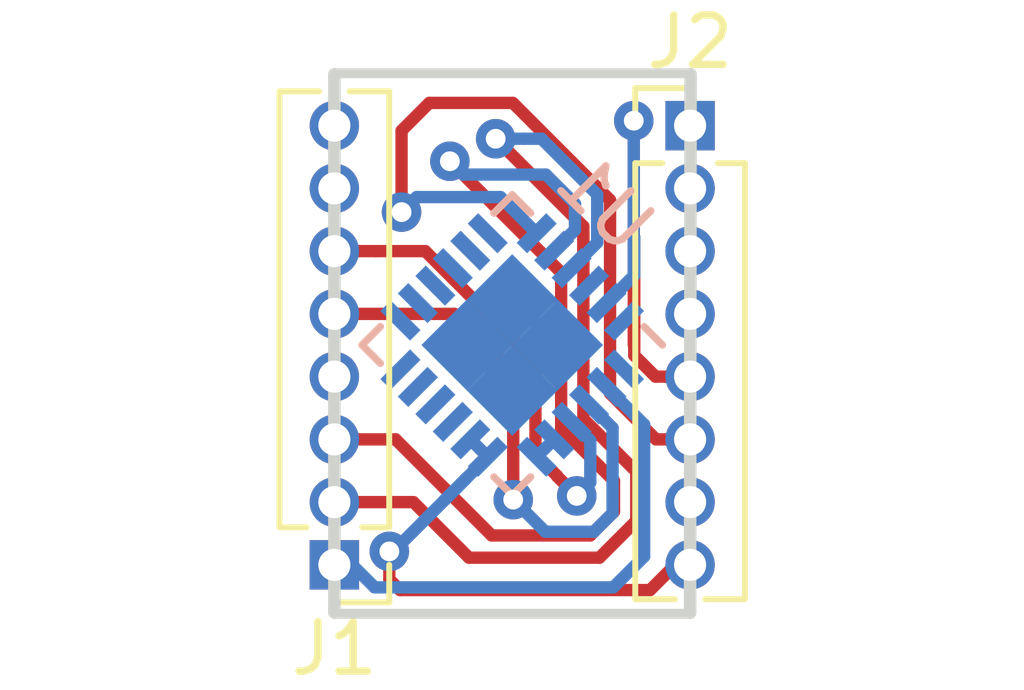
<source format=kicad_pcb>
(kicad_pcb (version 20171130) (host pcbnew "(5.0.0)")

  (general
    (thickness 1.6)
    (drawings 8)
    (tracks 104)
    (zones 0)
    (modules 3)
    (nets 32)
  )

  (page A4)
  (layers
    (0 F.Cu signal)
    (31 B.Cu signal)
    (32 B.Adhes user)
    (33 F.Adhes user)
    (34 B.Paste user)
    (35 F.Paste user)
    (36 B.SilkS user)
    (37 F.SilkS user)
    (38 B.Mask user)
    (39 F.Mask user)
    (40 Dwgs.User user)
    (41 Cmts.User user)
    (42 Eco1.User user)
    (43 Eco2.User user)
    (44 Edge.Cuts user)
    (45 Margin user)
    (46 B.CrtYd user)
    (47 F.CrtYd user)
    (48 B.Fab user hide)
    (49 F.Fab user)
  )

  (setup
    (last_trace_width 0.25)
    (trace_clearance 0.2)
    (zone_clearance 0.2)
    (zone_45_only no)
    (trace_min 0.2)
    (segment_width 0.2)
    (edge_width 0.254)
    (via_size 0.8)
    (via_drill 0.4)
    (via_min_size 0.4)
    (via_min_drill 0.3)
    (uvia_size 0.3)
    (uvia_drill 0.1)
    (uvias_allowed no)
    (uvia_min_size 0.2)
    (uvia_min_drill 0.1)
    (pcb_text_width 0.3)
    (pcb_text_size 1.5 1.5)
    (mod_edge_width 0.15)
    (mod_text_size 1 1)
    (mod_text_width 0.15)
    (pad_size 0.01 0.01)
    (pad_drill 0)
    (pad_to_mask_clearance 0.2)
    (aux_axis_origin 0 0)
    (visible_elements 7FFFFFFF)
    (pcbplotparams
      (layerselection 0x010d0_ffffffff)
      (usegerberextensions false)
      (usegerberattributes false)
      (usegerberadvancedattributes false)
      (creategerberjobfile false)
      (excludeedgelayer true)
      (linewidth 0.100000)
      (plotframeref false)
      (viasonmask false)
      (mode 1)
      (useauxorigin false)
      (hpglpennumber 1)
      (hpglpenspeed 20)
      (hpglpendiameter 15.000000)
      (psnegative false)
      (psa4output false)
      (plotreference false)
      (plotvalue false)
      (plotinvisibletext false)
      (padsonsilk false)
      (subtractmaskfromsilk true)
      (outputformat 1)
      (mirror false)
      (drillshape 0)
      (scaleselection 1)
      (outputdirectory "GERBER/"))
  )

  (net 0 "")
  (net 1 "Net-(U1-Pad25)")
  (net 2 "Net-(U1-Pad24)")
  (net 3 "Net-(U1-Pad22)")
  (net 4 "Net-(U1-Pad18)")
  (net 5 "Net-(U1-Pad17)")
  (net 6 "Net-(U1-Pad16)")
  (net 7 "Net-(U1-Pad15)")
  (net 8 "Net-(U1-Pad14)")
  (net 9 "Net-(U1-Pad13)")
  (net 10 "Net-(U1-Pad12)")
  (net 11 "Net-(U1-Pad11)")
  (net 12 "Net-(U1-Pad10)")
  (net 13 "Net-(U1-Pad9)")
  (net 14 "Net-(U1-Pad5)")
  (net 15 "Net-(U1-Pad1)")
  (net 16 VBUS)
  (net 17 GND)
  (net 18 "Net-(J1-Pad8)")
  (net 19 "Net-(J1-Pad7)")
  (net 20 "Net-(J1-Pad6)")
  (net 21 "Net-(J1-Pad5)")
  (net 22 "Net-(J1-Pad4)")
  (net 23 "Net-(J2-Pad1)")
  (net 24 "Net-(J2-Pad2)")
  (net 25 "Net-(J2-Pad3)")
  (net 26 "Net-(J2-Pad4)")
  (net 27 "Net-(J2-Pad5)")
  (net 28 "Net-(J2-Pad6)")
  (net 29 "Net-(J2-Pad7)")
  (net 30 "Net-(J1-Pad3)")
  (net 31 "Net-(J1-Pad2)")

  (net_class Default "This is the default net class."
    (clearance 0.2)
    (trace_width 0.25)
    (via_dia 0.8)
    (via_drill 0.4)
    (uvia_dia 0.3)
    (uvia_drill 0.1)
    (add_net GND)
    (add_net "Net-(J1-Pad2)")
    (add_net "Net-(J1-Pad3)")
    (add_net "Net-(J1-Pad4)")
    (add_net "Net-(J1-Pad5)")
    (add_net "Net-(J1-Pad6)")
    (add_net "Net-(J1-Pad7)")
    (add_net "Net-(J1-Pad8)")
    (add_net "Net-(J2-Pad1)")
    (add_net "Net-(J2-Pad2)")
    (add_net "Net-(J2-Pad3)")
    (add_net "Net-(J2-Pad4)")
    (add_net "Net-(J2-Pad5)")
    (add_net "Net-(J2-Pad6)")
    (add_net "Net-(J2-Pad7)")
    (add_net "Net-(U1-Pad1)")
    (add_net "Net-(U1-Pad10)")
    (add_net "Net-(U1-Pad11)")
    (add_net "Net-(U1-Pad12)")
    (add_net "Net-(U1-Pad13)")
    (add_net "Net-(U1-Pad14)")
    (add_net "Net-(U1-Pad15)")
    (add_net "Net-(U1-Pad16)")
    (add_net "Net-(U1-Pad17)")
    (add_net "Net-(U1-Pad18)")
    (add_net "Net-(U1-Pad22)")
    (add_net "Net-(U1-Pad24)")
    (add_net "Net-(U1-Pad25)")
    (add_net "Net-(U1-Pad5)")
    (add_net "Net-(U1-Pad9)")
    (add_net VBUS)
  )

  (module Housings_DFN_QFN:QFN-24-1EP_4x4mm_Pitch0.5mm (layer B.Cu) (tedit 5BC295AF) (tstamp 5BBF5BB2)
    (at 140.94 90.18 135)
    (descr "24-Lead Plastic Quad Flat, No Lead Package (MJ) - 4x4x0.9 mm Body [QFN]; (see Microchip Packaging Specification 00000049BS.pdf)")
    (tags "QFN 0.5")
    (path /5BBFC024)
    (attr smd)
    (fp_text reference U1 (at 0.700036 3.358757 135) (layer B.SilkS)
      (effects (font (size 1 1) (thickness 0.15)) (justify mirror))
    )
    (fp_text value CP2104 (at 0 -3.374999 135) (layer B.Fab)
      (effects (font (size 1 1) (thickness 0.15)) (justify mirror))
    )
    (fp_line (start 2.15 2.15) (end 1.625 2.15) (layer B.SilkS) (width 0.15))
    (fp_line (start 2.15 -2.15) (end 1.625 -2.15) (layer B.SilkS) (width 0.15))
    (fp_line (start -2.15 -2.15) (end -1.625 -2.15) (layer B.SilkS) (width 0.15))
    (fp_line (start -2.15 2.15) (end -1.625 2.15) (layer B.SilkS) (width 0.15))
    (fp_line (start 2.15 -2.15) (end 2.15 -1.625) (layer B.SilkS) (width 0.15))
    (fp_line (start -2.15 -2.15) (end -2.15 -1.625) (layer B.SilkS) (width 0.15))
    (fp_line (start 2.15 2.15) (end 2.15 1.625) (layer B.SilkS) (width 0.15))
    (fp_line (start -2.65 -2.65) (end 2.65 -2.65) (layer B.CrtYd) (width 0.05))
    (fp_line (start -2.65 2.65) (end 2.65 2.65) (layer B.CrtYd) (width 0.05))
    (fp_line (start 2.65 2.65) (end 2.65 -2.65) (layer B.CrtYd) (width 0.05))
    (fp_line (start -2.65 2.65) (end -2.65 -2.65) (layer B.CrtYd) (width 0.05))
    (fp_line (start -2 1) (end -1 2) (layer B.Fab) (width 0.15))
    (fp_line (start -2 -2) (end -2 1) (layer B.Fab) (width 0.15))
    (fp_line (start 2 -2) (end -2 -2) (layer B.Fab) (width 0.15))
    (fp_line (start 2 2) (end 2 -2) (layer B.Fab) (width 0.15))
    (fp_line (start -1 2) (end 2 2) (layer B.Fab) (width 0.15))
    (pad 25 smd rect (at -0.65 0.65 135) (size 1.3 1.3) (layers B.Cu B.Paste B.Mask)
      (net 1 "Net-(U1-Pad25)") (solder_paste_margin_ratio -0.2))
    (pad 25 smd rect (at -0.65 -0.65 135) (size 1.3 1.3) (layers B.Cu B.Paste B.Mask)
      (net 1 "Net-(U1-Pad25)") (solder_paste_margin_ratio -0.2))
    (pad 25 smd rect (at 0.65 0.65 135) (size 1.3 1.3) (layers B.Cu B.Paste B.Mask)
      (net 1 "Net-(U1-Pad25)") (solder_paste_margin_ratio -0.2))
    (pad 25 smd rect (at 0.65 -0.65 135) (size 1.3 1.3) (layers B.Cu B.Paste B.Mask)
      (net 1 "Net-(U1-Pad25)") (solder_paste_margin_ratio -0.2))
    (pad 24 smd rect (at -1.25 1.95 45) (size 0.85 0.3) (layers B.Cu B.Paste B.Mask)
      (net 2 "Net-(U1-Pad24)"))
    (pad 23 smd rect (at -0.75 1.95 45) (size 0.85 0.3) (layers B.Cu B.Paste B.Mask)
      (net 27 "Net-(J2-Pad5)"))
    (pad 22 smd rect (at -0.25 1.95 45) (size 0.85 0.3) (layers B.Cu B.Paste B.Mask)
      (net 3 "Net-(U1-Pad22)"))
    (pad 21 smd rect (at 0.25 1.95 45) (size 0.85 0.3) (layers B.Cu B.Paste B.Mask)
      (net 31 "Net-(J1-Pad2)"))
    (pad 20 smd rect (at 0.75 1.95 45) (size 0.85 0.3) (layers B.Cu B.Paste B.Mask)
      (net 30 "Net-(J1-Pad3)"))
    (pad 19 smd rect (at 1.25 1.95 45) (size 0.85 0.3) (layers B.Cu B.Paste B.Mask)
      (net 28 "Net-(J2-Pad6)"))
    (pad 18 smd rect (at 1.95 1.25 135) (size 0.85 0.3) (layers B.Cu B.Paste B.Mask)
      (net 4 "Net-(U1-Pad18)"))
    (pad 17 smd rect (at 1.95 0.75 135) (size 0.85 0.3) (layers B.Cu B.Paste B.Mask)
      (net 5 "Net-(U1-Pad17)"))
    (pad 16 smd rect (at 1.95 0.25 135) (size 0.85 0.3) (layers B.Cu B.Paste B.Mask)
      (net 6 "Net-(U1-Pad16)"))
    (pad 15 smd rect (at 1.95 -0.25 135) (size 0.85 0.3) (layers B.Cu B.Paste B.Mask)
      (net 7 "Net-(U1-Pad15)"))
    (pad 14 smd rect (at 1.95 -0.75 135) (size 0.85 0.3) (layers B.Cu B.Paste B.Mask)
      (net 8 "Net-(U1-Pad14)"))
    (pad 13 smd rect (at 1.95 -1.25 135) (size 0.85 0.3) (layers B.Cu B.Paste B.Mask)
      (net 9 "Net-(U1-Pad13)"))
    (pad 12 smd rect (at 1.25 -1.95 45) (size 0.85 0.3) (layers B.Cu B.Paste B.Mask)
      (net 10 "Net-(U1-Pad12)"))
    (pad 11 smd rect (at 0.75 -1.95 45) (size 0.85 0.3) (layers B.Cu B.Paste B.Mask)
      (net 11 "Net-(U1-Pad11)"))
    (pad 10 smd rect (at 0.25 -1.95 45) (size 0.85 0.3) (layers B.Cu B.Paste B.Mask)
      (net 12 "Net-(U1-Pad10)"))
    (pad 9 smd rect (at -0.25 -1.95 45) (size 0.85 0.3) (layers B.Cu B.Paste B.Mask)
      (net 13 "Net-(U1-Pad9)"))
    (pad 8 smd rect (at -0.75 -1.95 45) (size 0.85 0.3) (layers B.Cu B.Paste B.Mask)
      (net 16 VBUS))
    (pad 7 smd rect (at -1.25 -1.95 45) (size 0.85 0.3) (layers B.Cu B.Paste B.Mask)
      (net 16 VBUS))
    (pad 6 smd rect (at -1.95 -1.25 135) (size 0.85 0.3) (layers B.Cu B.Paste B.Mask)
      (net 14 "Net-(U1-Pad5)"))
    (pad 5 smd rect (at -1.95 -0.75 135) (size 0.85 0.3) (layers B.Cu B.Paste B.Mask)
      (net 14 "Net-(U1-Pad5)"))
    (pad 4 smd rect (at -1.95 -0.25 135) (size 0.85 0.3) (layers B.Cu B.Paste B.Mask)
      (net 20 "Net-(J1-Pad6)"))
    (pad 3 smd rect (at -1.95 0.25 135) (size 0.85 0.3) (layers B.Cu B.Paste B.Mask)
      (net 21 "Net-(J1-Pad5)"))
    (pad 2 smd rect (at -1.95 0.75 135) (size 0.85 0.3) (layers B.Cu B.Paste B.Mask)
      (net 17 GND))
    (pad 1 smd rect (at -1.95 1.25 135) (size 0.85 0.3) (layers B.Cu B.Paste B.Mask)
      (net 15 "Net-(U1-Pad1)"))
    (model ${KISYS3DMOD}/Housings_DFN_QFN.3dshapes/QFN-24-1EP_4x4mm_Pitch0.5mm.wrl
      (at (xyz 0 0 0))
      (scale (xyz 1 1 1))
      (rotate (xyz 0 0 0))
    )
  )

  (module Pin_Headers:Pin_Header_Straight_1x08_Pitch1.27mm (layer F.Cu) (tedit 59650535) (tstamp 5BC23FBF)
    (at 137.34 94.63 180)
    (descr "Through hole straight pin header, 1x08, 1.27mm pitch, single row")
    (tags "Through hole pin header THT 1x08 1.27mm single row")
    (path /5BC2234E)
    (fp_text reference J1 (at 0 -1.695 180) (layer F.SilkS)
      (effects (font (size 1 1) (thickness 0.15)))
    )
    (fp_text value Conn_01x08_Male (at 0 10.585 180) (layer F.Fab)
      (effects (font (size 1 1) (thickness 0.15)))
    )
    (fp_text user %R (at 0 4.445 270) (layer F.Fab)
      (effects (font (size 1 1) (thickness 0.15)))
    )
    (fp_line (start 1.55 -1.15) (end -1.55 -1.15) (layer F.CrtYd) (width 0.05))
    (fp_line (start 1.55 10.05) (end 1.55 -1.15) (layer F.CrtYd) (width 0.05))
    (fp_line (start -1.55 10.05) (end 1.55 10.05) (layer F.CrtYd) (width 0.05))
    (fp_line (start -1.55 -1.15) (end -1.55 10.05) (layer F.CrtYd) (width 0.05))
    (fp_line (start -1.11 -0.76) (end 0 -0.76) (layer F.SilkS) (width 0.12))
    (fp_line (start -1.11 0) (end -1.11 -0.76) (layer F.SilkS) (width 0.12))
    (fp_line (start 0.563471 0.76) (end 1.11 0.76) (layer F.SilkS) (width 0.12))
    (fp_line (start -1.11 0.76) (end -0.563471 0.76) (layer F.SilkS) (width 0.12))
    (fp_line (start 1.11 0.76) (end 1.11 9.585) (layer F.SilkS) (width 0.12))
    (fp_line (start -1.11 0.76) (end -1.11 9.585) (layer F.SilkS) (width 0.12))
    (fp_line (start 0.30753 9.585) (end 1.11 9.585) (layer F.SilkS) (width 0.12))
    (fp_line (start -1.11 9.585) (end -0.30753 9.585) (layer F.SilkS) (width 0.12))
    (fp_line (start -1.05 -0.11) (end -0.525 -0.635) (layer F.Fab) (width 0.1))
    (fp_line (start -1.05 9.525) (end -1.05 -0.11) (layer F.Fab) (width 0.1))
    (fp_line (start 1.05 9.525) (end -1.05 9.525) (layer F.Fab) (width 0.1))
    (fp_line (start 1.05 -0.635) (end 1.05 9.525) (layer F.Fab) (width 0.1))
    (fp_line (start -0.525 -0.635) (end 1.05 -0.635) (layer F.Fab) (width 0.1))
    (pad 8 thru_hole oval (at 0 8.89 180) (size 1 1) (drill 0.65) (layers *.Cu *.Mask)
      (net 18 "Net-(J1-Pad8)"))
    (pad 7 thru_hole oval (at 0 7.62 180) (size 1 1) (drill 0.65) (layers *.Cu *.Mask)
      (net 19 "Net-(J1-Pad7)"))
    (pad 6 thru_hole oval (at 0 6.35 180) (size 1 1) (drill 0.65) (layers *.Cu *.Mask)
      (net 20 "Net-(J1-Pad6)"))
    (pad 5 thru_hole oval (at 0 5.08 180) (size 1 1) (drill 0.65) (layers *.Cu *.Mask)
      (net 21 "Net-(J1-Pad5)"))
    (pad 4 thru_hole oval (at 0 3.81 180) (size 1 1) (drill 0.65) (layers *.Cu *.Mask)
      (net 22 "Net-(J1-Pad4)"))
    (pad 3 thru_hole oval (at 0 2.54 180) (size 1 1) (drill 0.65) (layers *.Cu *.Mask)
      (net 30 "Net-(J1-Pad3)"))
    (pad 2 thru_hole oval (at 0 1.27 180) (size 1 1) (drill 0.65) (layers *.Cu *.Mask)
      (net 31 "Net-(J1-Pad2)"))
    (pad 1 thru_hole rect (at 0 0 180) (size 1 1) (drill 0.65) (layers *.Cu *.Mask)
      (net 17 GND))
    (model ${KISYS3DMOD}/Pin_Headers.3dshapes/Pin_Header_Straight_1x08_Pitch1.27mm.wrl
      (at (xyz 0 0 0))
      (scale (xyz 1 1 1))
      (rotate (xyz 0 0 0))
    )
  )

  (module Pin_Headers:Pin_Header_Straight_1x08_Pitch1.27mm (layer F.Cu) (tedit 59650535) (tstamp 5BC23FDD)
    (at 144.54 85.74)
    (descr "Through hole straight pin header, 1x08, 1.27mm pitch, single row")
    (tags "Through hole pin header THT 1x08 1.27mm single row")
    (path /5BC246E0)
    (fp_text reference J2 (at 0 -1.695) (layer F.SilkS)
      (effects (font (size 1 1) (thickness 0.15)))
    )
    (fp_text value Conn_01x08_Male (at 0 10.585) (layer F.Fab)
      (effects (font (size 1 1) (thickness 0.15)))
    )
    (fp_line (start -0.525 -0.635) (end 1.05 -0.635) (layer F.Fab) (width 0.1))
    (fp_line (start 1.05 -0.635) (end 1.05 9.525) (layer F.Fab) (width 0.1))
    (fp_line (start 1.05 9.525) (end -1.05 9.525) (layer F.Fab) (width 0.1))
    (fp_line (start -1.05 9.525) (end -1.05 -0.11) (layer F.Fab) (width 0.1))
    (fp_line (start -1.05 -0.11) (end -0.525 -0.635) (layer F.Fab) (width 0.1))
    (fp_line (start -1.11 9.585) (end -0.30753 9.585) (layer F.SilkS) (width 0.12))
    (fp_line (start 0.30753 9.585) (end 1.11 9.585) (layer F.SilkS) (width 0.12))
    (fp_line (start -1.11 0.76) (end -1.11 9.585) (layer F.SilkS) (width 0.12))
    (fp_line (start 1.11 0.76) (end 1.11 9.585) (layer F.SilkS) (width 0.12))
    (fp_line (start -1.11 0.76) (end -0.563471 0.76) (layer F.SilkS) (width 0.12))
    (fp_line (start 0.563471 0.76) (end 1.11 0.76) (layer F.SilkS) (width 0.12))
    (fp_line (start -1.11 0) (end -1.11 -0.76) (layer F.SilkS) (width 0.12))
    (fp_line (start -1.11 -0.76) (end 0 -0.76) (layer F.SilkS) (width 0.12))
    (fp_line (start -1.55 -1.15) (end -1.55 10.05) (layer F.CrtYd) (width 0.05))
    (fp_line (start -1.55 10.05) (end 1.55 10.05) (layer F.CrtYd) (width 0.05))
    (fp_line (start 1.55 10.05) (end 1.55 -1.15) (layer F.CrtYd) (width 0.05))
    (fp_line (start 1.55 -1.15) (end -1.55 -1.15) (layer F.CrtYd) (width 0.05))
    (fp_text user %R (at 0 4.445 90) (layer F.Fab)
      (effects (font (size 1 1) (thickness 0.15)))
    )
    (pad 1 thru_hole rect (at 0 0) (size 1 1) (drill 0.65) (layers *.Cu *.Mask)
      (net 23 "Net-(J2-Pad1)"))
    (pad 2 thru_hole oval (at 0 1.27) (size 1 1) (drill 0.65) (layers *.Cu *.Mask)
      (net 24 "Net-(J2-Pad2)"))
    (pad 3 thru_hole oval (at 0 2.54) (size 1 1) (drill 0.65) (layers *.Cu *.Mask)
      (net 25 "Net-(J2-Pad3)"))
    (pad 4 thru_hole oval (at 0 3.81) (size 1 1) (drill 0.65) (layers *.Cu *.Mask)
      (net 26 "Net-(J2-Pad4)"))
    (pad 5 thru_hole oval (at 0 5.08) (size 1 1) (drill 0.65) (layers *.Cu *.Mask)
      (net 27 "Net-(J2-Pad5)"))
    (pad 6 thru_hole oval (at 0 6.35) (size 1 1) (drill 0.65) (layers *.Cu *.Mask)
      (net 28 "Net-(J2-Pad6)"))
    (pad 7 thru_hole oval (at 0 7.62) (size 1 1) (drill 0.65) (layers *.Cu *.Mask)
      (net 29 "Net-(J2-Pad7)"))
    (pad 8 thru_hole oval (at 0 8.89) (size 1 1) (drill 0.65) (layers *.Cu *.Mask)
      (net 16 VBUS))
    (model ${KISYS3DMOD}/Pin_Headers.3dshapes/Pin_Header_Straight_1x08_Pitch1.27mm.wrl
      (at (xyz 0 0 0))
      (scale (xyz 1 1 1))
      (rotate (xyz 0 0 0))
    )
  )

  (gr_line (start 137.34 84.68) (end 144.56 84.68) (layer Edge.Cuts) (width 0.2))
  (gr_line (start 144.55 95.62) (end 144.54 95.62) (layer Edge.Cuts) (width 0.2))
  (gr_line (start 144.56 95.62) (end 144.55 95.62) (layer Edge.Cuts) (width 0.2))
  (gr_line (start 137.34 95.62) (end 144.56 95.62) (layer Edge.Cuts) (width 0.2))
  (gr_line (start 144.54 94.68) (end 144.54 95.6) (layer Edge.Cuts) (width 0.254))
  (gr_line (start 137.34 94.66) (end 137.34 95.6) (layer Edge.Cuts) (width 0.254))
  (gr_line (start 137.34 94.64) (end 137.34 84.7) (layer Edge.Cuts) (width 0.254))
  (gr_line (start 144.54 94.65) (end 144.55 84.7) (layer Edge.Cuts) (width 0.254))

  (segment (start 141.859239 90.18) (end 140.94 89.260761) (width 0.25) (layer B.Cu) (net 1))
  (segment (start 140.020761 90.18) (end 140.94 91.099239) (width 0.25) (layer B.Cu) (net 1))
  (segment (start 140.94 89.260761) (end 140.020761 90.18) (width 0.25) (layer B.Cu) (net 1))
  (segment (start 138.677258 90.674975) (end 138.677259 90.674975) (width 0.25) (layer B.Cu) (net 10))
  (segment (start 141.788528 92.089189) (end 141.434975 92.442742) (width 0.25) (layer B.Cu) (net 14))
  (segment (start 141.788528 92.089188) (end 141.788528 92.089189) (width 0.25) (layer B.Cu) (net 14))
  (segment (start 140.091472 92.089189) (end 140.445025 92.442742) (width 0.25) (layer B.Cu) (net 16))
  (segment (start 140.091472 92.089188) (end 140.091472 92.089189) (width 0.25) (layer B.Cu) (net 16))
  (segment (start 140 92.890001) (end 138.53 94.360001) (width 0.25) (layer B.Cu) (net 16))
  (segment (start 140 92.887767) (end 140 92.890001) (width 0.25) (layer B.Cu) (net 16))
  (segment (start 140 92.887767) (end 139.56 93.327767) (width 0.25) (layer B.Cu) (net 16))
  (segment (start 140.445025 92.442742) (end 140 92.887767) (width 0.25) (layer B.Cu) (net 16))
  (via (at 138.452653 94.357348) (size 0.8) (drill 0.4) (layers F.Cu B.Cu) (net 16))
  (segment (start 138.53 94.360001) (end 138.455306 94.360001) (width 0.25) (layer B.Cu) (net 16))
  (segment (start 138.455306 94.360001) (end 138.452653 94.357348) (width 0.25) (layer B.Cu) (net 16))
  (segment (start 138.452653 94.357348) (end 138.452653 94.923033) (width 0.25) (layer F.Cu) (net 16))
  (segment (start 138.452653 94.923033) (end 138.66962 95.14) (width 0.25) (layer F.Cu) (net 16))
  (segment (start 138.66962 95.14) (end 143.73 95.14) (width 0.25) (layer F.Cu) (net 16))
  (segment (start 144.24 94.63) (end 144.28799 94.63) (width 0.25) (layer F.Cu) (net 16))
  (segment (start 143.73 95.14) (end 144.24 94.63) (width 0.25) (layer F.Cu) (net 16))
  (segment (start 138.155001 95.085001) (end 137.7 94.63) (width 0.25) (layer B.Cu) (net 17))
  (segment (start 142.984999 95.085001) (end 138.155001 95.085001) (width 0.25) (layer B.Cu) (net 17))
  (segment (start 143.61 94.46) (end 142.984999 95.085001) (width 0.25) (layer B.Cu) (net 17))
  (segment (start 143.61 91.78934) (end 143.61 94.46) (width 0.25) (layer B.Cu) (net 17))
  (segment (start 142.849188 91.028528) (end 143.61 91.78934) (width 0.25) (layer B.Cu) (net 17))
  (segment (start 137.7 94.63) (end 137.59201 94.63) (width 0.25) (layer B.Cu) (net 17))
  (via (at 142.245829 93.234484) (size 0.8) (drill 0.4) (layers F.Cu B.Cu) (net 20))
  (segment (start 142.520124 92.960189) (end 142.245829 93.234484) (width 0.25) (layer B.Cu) (net 20))
  (segment (start 142.142082 91.735635) (end 142.520124 92.113677) (width 0.25) (layer B.Cu) (net 20))
  (segment (start 142.520124 92.113677) (end 142.520124 92.960189) (width 0.25) (layer B.Cu) (net 20))
  (segment (start 138.18 88.28) (end 137.59201 88.28) (width 0.25) (layer F.Cu) (net 20))
  (segment (start 141.84583 92.834485) (end 141.84583 92.82583) (width 0.25) (layer F.Cu) (net 20))
  (segment (start 141.84583 92.82583) (end 141.41001 92.39001) (width 0.25) (layer F.Cu) (net 20))
  (segment (start 141.41001 92.39001) (end 141.41001 90.51001) (width 0.25) (layer F.Cu) (net 20))
  (segment (start 142.245829 93.234484) (end 141.84583 92.834485) (width 0.25) (layer F.Cu) (net 20))
  (segment (start 141.41001 90.51001) (end 139.18 88.28) (width 0.25) (layer F.Cu) (net 20))
  (segment (start 139.18 88.28) (end 138.18 88.28) (width 0.25) (layer F.Cu) (net 20))
  (segment (start 139.77 89.55) (end 137.59201 89.55) (width 0.25) (layer F.Cu) (net 21))
  (segment (start 140.91 90.69) (end 139.77 89.55) (width 0.25) (layer F.Cu) (net 21))
  (via (at 140.96 93.31) (size 0.8) (drill 0.4) (layers F.Cu B.Cu) (net 21))
  (segment (start 141.609485 93.959485) (end 140.96 93.31) (width 0.25) (layer B.Cu) (net 21))
  (segment (start 142.59383 93.959485) (end 141.609485 93.959485) (width 0.25) (layer B.Cu) (net 21))
  (segment (start 142.97083 93.582485) (end 142.59383 93.959485) (width 0.25) (layer B.Cu) (net 21))
  (segment (start 142.495635 91.382082) (end 142.97083 91.857277) (width 0.25) (layer B.Cu) (net 21))
  (segment (start 142.97083 91.857277) (end 142.97083 93.582485) (width 0.25) (layer B.Cu) (net 21))
  (segment (start 140.96 90.74) (end 140.91 90.69) (width 0.25) (layer F.Cu) (net 21))
  (segment (start 140.96 93.31) (end 140.96 90.74) (width 0.25) (layer F.Cu) (net 21))
  (segment (start 142.849188 89.331472) (end 143.41 88.77066) (width 0.25) (layer B.Cu) (net 27))
  (segment (start 143.41 88.77066) (end 143.41 88) (width 0.25) (layer B.Cu) (net 27))
  (segment (start 144.29184 90.819551) (end 144.29184 90.81955) (width 0.25) (layer F.Cu) (net 27))
  (segment (start 144.291839 90.82) (end 144.29184 90.819551) (width 0.25) (layer F.Cu) (net 27))
  (segment (start 143.41 90.39) (end 143.84 90.82) (width 0.25) (layer F.Cu) (net 27))
  (segment (start 143.41 88) (end 143.41 90.39) (width 0.25) (layer F.Cu) (net 27))
  (via (at 143.4 85.64) (size 0.8) (drill 0.4) (layers F.Cu B.Cu) (net 27))
  (segment (start 142.849188 89.331472) (end 143.4 88.78066) (width 0.25) (layer B.Cu) (net 27))
  (segment (start 143.4 88.78066) (end 143.4 85.64) (width 0.25) (layer B.Cu) (net 27))
  (segment (start 143.4 85.64) (end 143.4 90.17) (width 0.25) (layer F.Cu) (net 27))
  (segment (start 143.84 90.82) (end 144.05 90.82) (width 0.25) (layer F.Cu) (net 27))
  (segment (start 144.05 90.82) (end 144.291839 90.82) (width 0.25) (layer F.Cu) (net 27))
  (via (at 138.7 87.49) (size 0.8) (drill 0.4) (layers F.Cu B.Cu) (net 28))
  (segment (start 139.004338 87.185662) (end 138.7 87.49) (width 0.25) (layer B.Cu) (net 28))
  (segment (start 141.434975 87.917258) (end 140.703379 87.185662) (width 0.25) (layer B.Cu) (net 28))
  (segment (start 140.703379 87.185662) (end 139.004338 87.185662) (width 0.25) (layer B.Cu) (net 28))
  (segment (start 140.953344 85.279999) (end 142.92 87.246655) (width 0.25) (layer F.Cu) (net 28))
  (segment (start 139.262011 85.279999) (end 140.953344 85.279999) (width 0.25) (layer F.Cu) (net 28))
  (segment (start 138.7 87.49) (end 138.7 85.84201) (width 0.25) (layer F.Cu) (net 28))
  (segment (start 138.7 85.84201) (end 139.262011 85.279999) (width 0.25) (layer F.Cu) (net 28))
  (segment (start 142.92 87.246655) (end 142.92 91.16) (width 0.25) (layer F.Cu) (net 28))
  (segment (start 144.290563 92.08955) (end 144.290563 92.089549) (width 0.25) (layer F.Cu) (net 28))
  (segment (start 144.290563 92.09) (end 144.290563 92.08955) (width 0.25) (layer F.Cu) (net 28))
  (segment (start 143.85 92.09) (end 144.290563 92.09) (width 0.25) (layer F.Cu) (net 28))
  (segment (start 142.92 91.16) (end 143.85 92.09) (width 0.25) (layer F.Cu) (net 28))
  (segment (start 141.788528 88.270812) (end 142.166571 87.892769) (width 0.25) (layer B.Cu) (net 30))
  (segment (start 138.58 92.09) (end 137.59201 92.09) (width 0.25) (layer F.Cu) (net 30))
  (segment (start 140.525001 94.035001) (end 138.58 92.09) (width 0.25) (layer F.Cu) (net 30))
  (segment (start 142.518314 94.035001) (end 140.525001 94.035001) (width 0.25) (layer F.Cu) (net 30))
  (segment (start 141.93 91.86) (end 143 92.93) (width 0.25) (layer F.Cu) (net 30))
  (segment (start 143 92.93) (end 143 93.553315) (width 0.25) (layer F.Cu) (net 30))
  (segment (start 143 93.553315) (end 142.518314 94.035001) (width 0.25) (layer F.Cu) (net 30))
  (via (at 139.677694 86.460662) (size 0.8) (drill 0.4) (layers F.Cu B.Cu) (net 30))
  (segment (start 141.93 88.712968) (end 139.677694 86.460662) (width 0.25) (layer F.Cu) (net 30))
  (segment (start 141.93 90.54) (end 141.93 88.712968) (width 0.25) (layer F.Cu) (net 30))
  (segment (start 141.93 90.54) (end 141.93 91.86) (width 0.25) (layer F.Cu) (net 30))
  (segment (start 139.947032 86.73) (end 139.677694 86.460662) (width 0.25) (layer B.Cu) (net 30))
  (segment (start 141.62 86.73) (end 139.947032 86.73) (width 0.25) (layer B.Cu) (net 30))
  (segment (start 142.20934 87.31934) (end 141.62 86.73) (width 0.25) (layer B.Cu) (net 30))
  (segment (start 141.788528 88.270812) (end 142.20934 87.85) (width 0.25) (layer B.Cu) (net 30))
  (segment (start 142.20934 87.85) (end 142.20934 87.31934) (width 0.25) (layer B.Cu) (net 30))
  (segment (start 142.704714 94.485011) (end 140.065011 94.485011) (width 0.25) (layer F.Cu) (net 31))
  (segment (start 143.450009 93.739716) (end 142.704714 94.485011) (width 0.25) (layer F.Cu) (net 31))
  (segment (start 143.45001 92.7436) (end 143.450009 93.739716) (width 0.25) (layer F.Cu) (net 31))
  (segment (start 142.38001 91.6736) (end 143.45001 92.7436) (width 0.25) (layer F.Cu) (net 31))
  (segment (start 138.94 93.36) (end 137.59201 93.36) (width 0.25) (layer F.Cu) (net 31))
  (segment (start 140.065011 94.485011) (end 138.94 93.36) (width 0.25) (layer F.Cu) (net 31))
  (via (at 140.605343 86.005) (size 0.8) (drill 0.4) (layers F.Cu B.Cu) (net 31))
  (segment (start 142.38001 87.779667) (end 142.38001 88.57) (width 0.25) (layer F.Cu) (net 31))
  (segment (start 140.605343 86.005) (end 142.38001 87.779667) (width 0.25) (layer F.Cu) (net 31))
  (segment (start 142.38001 87.95) (end 142.38001 88.57) (width 0.25) (layer F.Cu) (net 31))
  (segment (start 142.38001 88.57) (end 142.38001 91.6736) (width 0.25) (layer F.Cu) (net 31))
  (segment (start 141.171028 86.005) (end 140.605343 86.005) (width 0.25) (layer B.Cu) (net 31))
  (segment (start 141.53141 86.005) (end 141.171028 86.005) (width 0.25) (layer B.Cu) (net 31))
  (segment (start 142.659349 87.132939) (end 141.53141 86.005) (width 0.25) (layer B.Cu) (net 31))
  (segment (start 142.659349 88.107098) (end 142.659349 87.132939) (width 0.25) (layer B.Cu) (net 31))
  (segment (start 142.142082 88.624365) (end 142.659349 88.107098) (width 0.25) (layer B.Cu) (net 31))

)

</source>
